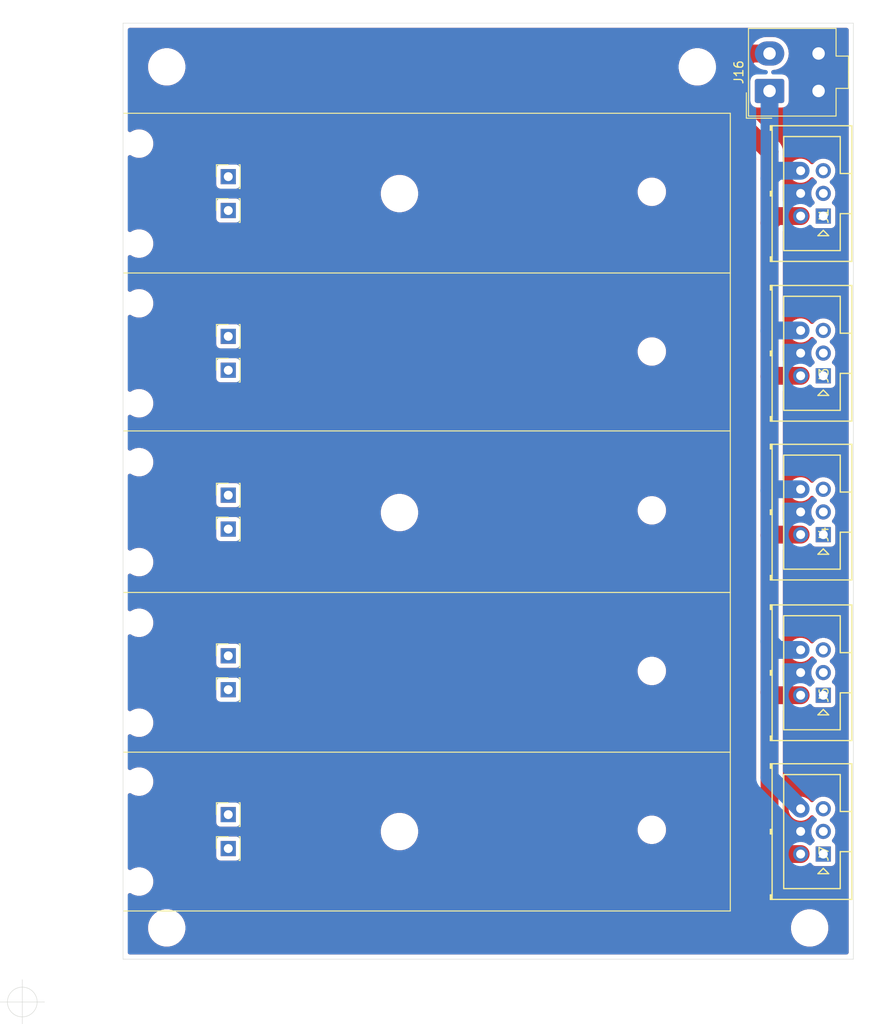
<source format=kicad_pcb>
(kicad_pcb (version 20171130) (host pcbnew "(5.1.8)-1")
  (layers (0 F.Cu signal) (1 In1.Cu signal) (2 In2.Cu signal) (31 B.Cu signal) (34 B.Paste user hide) (35 F.Paste user hide) (36 B.SilkS user) (37 F.SilkS user) (38 B.Mask user) (39 F.Mask user) (44 Edge.Cuts user))
  (net 0 "")
  (net 1 GND)
  (net 2 +18V)
  (net 3 -18V)
  (module Connector_PinSocket_2.54mm:PinSocket_1x01_P2.54mm_Vertical (layer F.Cu) (at 124 129.7 90)
    (fp_text reference J15 hide)
    (fp_text value Conn_01x01_Female)
    (fp_line (start -1.33 1.33) (end 1.33 1.33) (layer F.SilkS) (width 0.12))
    (fp_line (start -1.33 1.21) (end -1.33 1.33) (layer F.SilkS) (width 0.12))
    (fp_line (start 1.33 1.21) (end 1.33 1.33) (layer F.SilkS) (width 0.12))
    (fp_line (start 1.33 -1.33) (end 1.33 0) (layer F.SilkS) (width 0.12))
    (fp_line (start 0 -1.33) (end 1.33 -1.33) (layer F.SilkS) (width 0.12))
    (pad 1 thru_hole rect (at 0 0 90) (size 1.7 1.7) (drill 1) (layers *.Cu *.Mask))
  )
  (module Connector_PinSocket_2.54mm:PinSocket_1x01_P2.54mm_Vertical (layer F.Cu) (at 124 111.9 90)
    (fp_text reference J14 hide)
    (fp_text value Conn_01x01_Female)
    (fp_line (start -1.33 1.33) (end 1.33 1.33) (layer F.SilkS) (width 0.12))
    (fp_line (start -1.33 1.21) (end -1.33 1.33) (layer F.SilkS) (width 0.12))
    (fp_line (start 1.33 1.21) (end 1.33 1.33) (layer F.SilkS) (width 0.12))
    (fp_line (start 1.33 -1.33) (end 1.33 0) (layer F.SilkS) (width 0.12))
    (fp_line (start 0 -1.33) (end 1.33 -1.33) (layer F.SilkS) (width 0.12))
    (pad 1 thru_hole rect (at 0 0 90) (size 1.7 1.7) (drill 1) (layers *.Cu *.Mask))
  )
  (module Connector_PinSocket_2.54mm:PinSocket_1x01_P2.54mm_Vertical (layer F.Cu) (at 124 93.9 90)
    (fp_text reference J13 hide)
    (fp_text value Conn_01x01_Female)
    (fp_line (start -1.33 1.33) (end 1.33 1.33) (layer F.SilkS) (width 0.12))
    (fp_line (start -1.33 1.21) (end -1.33 1.33) (layer F.SilkS) (width 0.12))
    (fp_line (start 1.33 1.21) (end 1.33 1.33) (layer F.SilkS) (width 0.12))
    (fp_line (start 1.33 -1.33) (end 1.33 0) (layer F.SilkS) (width 0.12))
    (fp_line (start 0 -1.33) (end 1.33 -1.33) (layer F.SilkS) (width 0.12))
    (pad 1 thru_hole rect (at 0 0 90) (size 1.7 1.7) (drill 1) (layers *.Cu *.Mask))
  )
  (module Connector_PinSocket_2.54mm:PinSocket_1x01_P2.54mm_Vertical (layer F.Cu) (at 124 76.1 90)
    (fp_text reference J12 hide)
    (fp_text value Conn_01x01_Female)
    (fp_line (start -1.33 1.33) (end 1.33 1.33) (layer F.SilkS) (width 0.12))
    (fp_line (start -1.33 1.21) (end -1.33 1.33) (layer F.SilkS) (width 0.12))
    (fp_line (start 1.33 1.21) (end 1.33 1.33) (layer F.SilkS) (width 0.12))
    (fp_line (start 1.33 -1.33) (end 1.33 0) (layer F.SilkS) (width 0.12))
    (fp_line (start 0 -1.33) (end 1.33 -1.33) (layer F.SilkS) (width 0.12))
    (pad 1 thru_hole rect (at 0 0 90) (size 1.7 1.7) (drill 1) (layers *.Cu *.Mask))
  )
  (module Connector_PinSocket_2.54mm:PinSocket_1x01_P2.54mm_Vertical (layer F.Cu) (at 124 125.9 90)
    (fp_text reference J11 hide)
    (fp_text value Conn_01x01_Female)
    (fp_line (start -1.33 1.33) (end 1.33 1.33) (layer F.SilkS) (width 0.12))
    (fp_line (start -1.33 1.21) (end -1.33 1.33) (layer F.SilkS) (width 0.12))
    (fp_line (start 1.33 1.21) (end 1.33 1.33) (layer F.SilkS) (width 0.12))
    (fp_line (start 1.33 -1.33) (end 1.33 0) (layer F.SilkS) (width 0.12))
    (fp_line (start 0 -1.33) (end 1.33 -1.33) (layer F.SilkS) (width 0.12))
    (pad 1 thru_hole rect (at 0 0 90) (size 1.7 1.7) (drill 1) (layers *.Cu *.Mask))
  )
  (module Connector_PinSocket_2.54mm:PinSocket_1x01_P2.54mm_Vertical (layer F.Cu) (at 124 108.1 90)
    (fp_text reference J10 hide)
    (fp_text value Conn_01x01_Female)
    (fp_line (start -1.33 1.33) (end 1.33 1.33) (layer F.SilkS) (width 0.12))
    (fp_line (start -1.33 1.21) (end -1.33 1.33) (layer F.SilkS) (width 0.12))
    (fp_line (start 1.33 1.21) (end 1.33 1.33) (layer F.SilkS) (width 0.12))
    (fp_line (start 1.33 -1.33) (end 1.33 0) (layer F.SilkS) (width 0.12))
    (fp_line (start 0 -1.33) (end 1.33 -1.33) (layer F.SilkS) (width 0.12))
    (pad 1 thru_hole rect (at 0 0 90) (size 1.7 1.7) (drill 1) (layers *.Cu *.Mask))
  )
  (module Connector_PinSocket_2.54mm:PinSocket_1x01_P2.54mm_Vertical (layer F.Cu) (at 124 90.1 90)
    (fp_text reference J9 hide)
    (fp_text value Conn_01x01_Female)
    (fp_line (start -1.33 1.33) (end 1.33 1.33) (layer F.SilkS) (width 0.12))
    (fp_line (start -1.33 1.21) (end -1.33 1.33) (layer F.SilkS) (width 0.12))
    (fp_line (start 1.33 1.21) (end 1.33 1.33) (layer F.SilkS) (width 0.12))
    (fp_line (start 1.33 -1.33) (end 1.33 0) (layer F.SilkS) (width 0.12))
    (fp_line (start 0 -1.33) (end 1.33 -1.33) (layer F.SilkS) (width 0.12))
    (pad 1 thru_hole rect (at 0 0 90) (size 1.7 1.7) (drill 1) (layers *.Cu *.Mask))
  )
  (module Connector_PinSocket_2.54mm:PinSocket_1x01_P2.54mm_Vertical (layer F.Cu) (at 124 72.3 90)
    (fp_text reference J8 hide)
    (fp_text value Conn_01x01_Female)
    (fp_line (start -1.33 1.33) (end 1.33 1.33) (layer F.SilkS) (width 0.12))
    (fp_line (start -1.33 1.21) (end -1.33 1.33) (layer F.SilkS) (width 0.12))
    (fp_line (start 1.33 1.21) (end 1.33 1.33) (layer F.SilkS) (width 0.12))
    (fp_line (start 1.33 -1.33) (end 1.33 0) (layer F.SilkS) (width 0.12))
    (fp_line (start 0 -1.33) (end 1.33 -1.33) (layer F.SilkS) (width 0.12))
    (pad 1 thru_hole rect (at 0 0 90) (size 1.7 1.7) (drill 1) (layers *.Cu *.Mask))
  )
  (module Connector_PinSocket_2.54mm:PinSocket_1x01_P2.54mm_Vertical (layer F.Cu) (at 124 58.2 90)
    (fp_text reference J5 hide)
    (fp_text value Conn_01x01_Female)
    (fp_line (start -1.33 1.33) (end 1.33 1.33) (layer F.SilkS) (width 0.12))
    (fp_line (start -1.33 1.21) (end -1.33 1.33) (layer F.SilkS) (width 0.12))
    (fp_line (start 1.33 1.21) (end 1.33 1.33) (layer F.SilkS) (width 0.12))
    (fp_line (start 1.33 -1.33) (end 1.33 0) (layer F.SilkS) (width 0.12))
    (fp_line (start 0 -1.33) (end 1.33 -1.33) (layer F.SilkS) (width 0.12))
    (pad 1 thru_hole rect (at 0 0 90) (size 1.7 1.7) (drill 1) (layers *.Cu *.Mask))
  )
  (module Connector_PinSocket_2.54mm:PinSocket_1x01_P2.54mm_Vertical (layer F.Cu) (at 124 54.4 90)
    (fp_text reference J2 hide)
    (fp_text value Conn_01x01_Female)
    (fp_line (start -1.33 1.33) (end 1.33 1.33) (layer F.SilkS) (width 0.12))
    (fp_line (start -1.33 1.21) (end -1.33 1.33) (layer F.SilkS) (width 0.12))
    (fp_line (start 1.33 1.21) (end 1.33 1.33) (layer F.SilkS) (width 0.12))
    (fp_line (start 1.33 -1.33) (end 1.33 0) (layer F.SilkS) (width 0.12))
    (fp_line (start 0 -1.33) (end 1.33 -1.33) (layer F.SilkS) (width 0.12))
    (pad 1 thru_hole rect (at 0 0 90) (size 1.7 1.7) (drill 1) (layers *.Cu *.Mask))
  )
  (module MountingHole:MountingHole_2.2mm_M2 (layer F.Cu) (at 114 50.7)
    (fp_text reference H1 hide)
    (fp_text value MountingHole)
    (pad 1 np_thru_hole circle (at 0 0) (size 2.2 2.2) (drill 2.2) (layers *.Cu *.Mask))
  )
  (module MountingHole:MountingHole_2.2mm_M2 (layer F.Cu) (at 114 61.9)
    (fp_text reference H2 hide)
    (fp_text value MountingHole)
    (pad 1 np_thru_hole circle (at 0 0) (size 2.2 2.2) (drill 2.2) (layers *.Cu *.Mask))
  )
  (module MountingHole:MountingHole_2.2mm_M2 (layer F.Cu) (at 171.5 56.3)
    (fp_text reference H3 hide)
    (fp_text value MountingHole)
    (pad 1 np_thru_hole circle (at 0 -0.2) (size 2.2 2.2) (drill 2.2) (layers *.Cu *.Mask))
  )
  (module MountingHole:MountingHole_2.2mm_M2 (layer F.Cu) (at 114 68.6)
    (fp_text reference H4 hide)
    (fp_text value MountingHole)
    (pad 1 np_thru_hole circle (at 0 0) (size 2.2 2.2) (drill 2.2) (layers *.Cu *.Mask))
  )
  (module MountingHole:MountingHole_2.2mm_M2 (layer F.Cu) (at 114 79.8)
    (fp_text reference H5 hide)
    (fp_text value MountingHole)
    (pad 1 np_thru_hole circle (at 0 0) (size 2.2 2.2) (drill 2.2) (layers *.Cu *.Mask))
  )
  (module MountingHole:MountingHole_2.2mm_M2 (layer F.Cu) (at 171.5 74.2)
    (fp_text reference H6 hide)
    (fp_text value MountingHole)
    (pad 1 np_thru_hole circle (at 0 -0.2) (size 2.2 2.2) (drill 2.2) (layers *.Cu *.Mask))
  )
  (module MountingHole:MountingHole_2.2mm_M2 (layer F.Cu) (at 114 86.4)
    (fp_text reference H7 hide)
    (fp_text value MountingHole)
    (pad 1 np_thru_hole circle (at 0 0) (size 2.2 2.2) (drill 2.2) (layers *.Cu *.Mask))
  )
  (module MountingHole:MountingHole_2.2mm_M2 (layer F.Cu) (at 114 97.6)
    (fp_text reference H8 hide)
    (fp_text value MountingHole)
    (pad 1 np_thru_hole circle (at 0 0) (size 2.2 2.2) (drill 2.2) (layers *.Cu *.Mask))
  )
  (module MountingHole:MountingHole_2.2mm_M2 (layer F.Cu) (at 171.5 92)
    (fp_text reference H9 hide)
    (fp_text value MountingHole)
    (pad 1 np_thru_hole circle (at 0 -0.2) (size 2.2 2.2) (drill 2.2) (layers *.Cu *.Mask))
  )
  (module MountingHole:MountingHole_2.2mm_M2 (layer F.Cu) (at 114 122.2)
    (fp_text reference H10 hide)
    (fp_text value MountingHole)
    (pad 1 np_thru_hole circle (at 0 0) (size 2.2 2.2) (drill 2.2) (layers *.Cu *.Mask))
  )
  (module MountingHole:MountingHole_2.2mm_M2 (layer F.Cu) (at 114 133.4)
    (fp_text reference H11 hide)
    (fp_text value MountingHole)
    (pad 1 np_thru_hole circle (at 0 0) (size 2.2 2.2) (drill 2.2) (layers *.Cu *.Mask))
  )
  (module MountingHole:MountingHole_2.2mm_M2 (layer F.Cu) (at 171.5 110)
    (fp_text reference H12 hide)
    (fp_text value MountingHole)
    (pad 1 np_thru_hole circle (at 0 -0.2) (size 2.2 2.2) (drill 2.2) (layers *.Cu *.Mask))
  )
  (module MountingHole:MountingHole_2.2mm_M2 (layer F.Cu) (at 114 104.4)
    (fp_text reference H13 hide)
    (fp_text value MountingHole)
    (pad 1 np_thru_hole circle (at 0 0) (size 2.2 2.2) (drill 2.2) (layers *.Cu *.Mask))
  )
  (module MountingHole:MountingHole_2.2mm_M2 (layer F.Cu) (at 114 115.6)
    (fp_text reference H14 hide)
    (fp_text value MountingHole)
    (pad 1 np_thru_hole circle (at 0 0) (size 2.2 2.2) (drill 2.2) (layers *.Cu *.Mask))
  )
  (module MountingHole:MountingHole_2.2mm_M2 (layer F.Cu) (at 171.5 127.8)
    (fp_text reference H15 hide)
    (fp_text value MountingHole)
    (pad 1 np_thru_hole circle (at 0 -0.2) (size 2.2 2.2) (drill 2.2) (layers *.Cu *.Mask))
  )
  (module Connector_Molex:Molex_Mini-Fit_Jr_5566-04A_2x02_P4.20mm_Vertical (layer F.Cu) (at 184.7 44.8 90)
    (fp_text reference J16 (at 2.1 -3.45 90) (layer F.SilkS))
    (fp_text value Conn_01x04_Female)
    (fp_line (start -3.05 -2.6) (end -3.05 0.25) (layer F.SilkS) (width 0.12))
    (fp_line (start -0.2 -2.6) (end -3.05 -2.6) (layer F.SilkS) (width 0.12))
    (fp_line (start 3.91 8.86) (end 2.1 8.86) (layer F.SilkS) (width 0.12))
    (fp_line (start 3.91 7.46) (end 3.91 8.86) (layer F.SilkS) (width 0.12))
    (fp_line (start 7.01 7.46) (end 3.91 7.46) (layer F.SilkS) (width 0.12))
    (fp_line (start 7.01 -2.36) (end 7.01 7.46) (layer F.SilkS) (width 0.12))
    (fp_line (start 2.1 -2.36) (end 7.01 -2.36) (layer F.SilkS) (width 0.12))
    (fp_line (start 0.29 8.86) (end 2.1 8.86) (layer F.SilkS) (width 0.12))
    (fp_line (start 0.29 7.46) (end 0.29 8.86) (layer F.SilkS) (width 0.12))
    (fp_line (start -2.81 7.46) (end 0.29 7.46) (layer F.SilkS) (width 0.12))
    (fp_line (start -2.81 -2.36) (end -2.81 7.46) (layer F.SilkS) (width 0.12))
    (fp_line (start 2.1 -2.36) (end -2.81 -2.36) (layer F.SilkS) (width 0.12))
    (pad 4 thru_hole oval (at 4.2 5.5 90) (size 2.7 3.3) (drill 1.4) (layers *.Cu *.Mask) (net 1 GND))
    (pad 3 thru_hole oval (at 0 5.5 90) (size 2.7 3.3) (drill 1.4) (layers *.Cu *.Mask) (net 1 GND))
    (pad 2 thru_hole oval (at 4.2 0 90) (size 2.7 3.3) (drill 1.4) (layers *.Cu *.Mask) (net 3 -18V))
    (pad 1 thru_hole roundrect (at 0 0 90) (size 2.7 3.3) (drill 1.4) (layers *.Cu *.Mask) (roundrect_rratio 0.09259299999999999) (net 2 +18V))
  )
  (module MountingHole:MountingHole_3.2mm_M3 (layer F.Cu) (at 117.1 138.6)
    (fp_text reference H23 hide)
    (fp_text value MountingHole)
    (pad 1 np_thru_hole circle (at 0 0) (size 3.2 3.2) (drill 3.2) (layers *.Cu *.Mask))
  )
  (module MountingHole:MountingHole_3.2mm_M3 (layer F.Cu) (at 189.2 138.6)
    (fp_text reference H22 hide)
    (fp_text value MountingHole)
    (pad 1 np_thru_hole circle (at 0 0) (size 3.2 3.2) (drill 3.2) (layers *.Cu *.Mask))
  )
  (module MountingHole:MountingHole_3.2mm_M3 (layer F.Cu) (at 143.2 127.8 90)
    (fp_text reference H20 hide)
    (fp_text value MountingHole)
    (pad 1 np_thru_hole circle (at 0 0 90) (size 3.2 3.2) (drill 3.2) (layers *.Cu *.Mask))
  )
  (module MountingHole:MountingHole_3.2mm_M3 (layer F.Cu) (at 143.2 56.3 90)
    (fp_text reference H19 hide)
    (fp_text value MountingHole)
    (pad 1 np_thru_hole circle (at 0 0 90) (size 3.2 3.2) (drill 3.2) (layers *.Cu *.Mask))
  )
  (module MountingHole:MountingHole_3.2mm_M3 (layer F.Cu) (at 143.2 92.05 90)
    (fp_text reference H18 hide)
    (fp_text value MountingHole)
    (pad 1 np_thru_hole circle (at 0 0 90) (size 3.2 3.2) (drill 3.2) (layers *.Cu *.Mask))
  )
  (module MountingHole:MountingHole_3.2mm_M3 (layer F.Cu) (at 176.6 42.1 90)
    (fp_text reference H17 hide)
    (fp_text value MountingHole)
    (pad 1 np_thru_hole circle (at 0 0 90) (size 3.2 3.2) (drill 3.2) (layers *.Cu *.Mask))
  )
  (module MountingHole:MountingHole_3.2mm_M3 (layer F.Cu) (at 117.1 42.1 90)
    (fp_text reference H16 hide)
    (fp_text value MountingHole)
    (pad 1 np_thru_hole circle (at 0 0 90) (size 3.2 3.2) (drill 3.2) (layers *.Cu *.Mask))
  )
  (module Connector_Multicomp:Multicomp_MC9A12-1034_2x03_P2.54mm_Vertical (layer F.Cu) (at 189.4 56.3 90)
    (fp_text reference J1 (at -2.5 1.4 270) (layer F.SilkS))
    (fp_text value Conn_01x04)
    (fp_line (start 0.24 -4.61) (end 0.24 -4.41) (layer F.SilkS) (width 0.15))
    (fp_line (start -7.6 4.53) (end -7.6 -4.41) (layer F.SilkS) (width 0.15))
    (fp_line (start -7.6 -4.51) (end -7.1 -4.51) (layer F.SilkS) (width 0.15))
    (fp_line (start -4.72 1.93) (end -4.72 0.73) (layer F.SilkS) (width 0.15))
    (fp_line (start 7.6 -4.41) (end 7.6 4.53) (layer F.SilkS) (width 0.15))
    (fp_line (start -2.25 3.23) (end -6.39 3.23) (layer F.SilkS) (width 0.15))
    (fp_line (start 6.39 -3.11) (end 6.39 3.23) (layer F.SilkS) (width 0.15))
    (fp_line (start -0.26 -4.61) (end 0.24 -4.61) (layer F.SilkS) (width 0.15))
    (fp_line (start 2.25 3.23) (end 2.25 4.53) (layer F.SilkS) (width 0.15))
    (fp_line (start -2.25 4.53) (end -2.25 3.23) (layer F.SilkS) (width 0.15))
    (fp_line (start -6.39 -3.11) (end 6.39 -3.11) (layer F.SilkS) (width 0.15))
    (fp_line (start 7.6 -4.61) (end 7.6 -4.41) (layer F.SilkS) (width 0.15))
    (fp_line (start -0.26 -4.41) (end -0.26 -4.61) (layer F.SilkS) (width 0.15))
    (fp_line (start -7.6 -4.41) (end -7.6 -4.61) (layer F.SilkS) (width 0.15))
    (fp_line (start 7.1 -4.51) (end 7.6 -4.51) (layer F.SilkS) (width 0.15))
    (fp_line (start 7.1 -4.41) (end 7.1 -4.61) (layer F.SilkS) (width 0.15))
    (fp_line (start 6.39 3.23) (end 2.25 3.23) (layer F.SilkS) (width 0.15))
    (fp_line (start 7.1 -4.61) (end 7.6 -4.61) (layer F.SilkS) (width 0.15))
    (fp_line (start 7.6 -4.41) (end -7.6 -4.41) (layer F.SilkS) (width 0.15))
    (fp_line (start -0.26 -4.51) (end 0.24 -4.51) (layer F.SilkS) (width 0.15))
    (fp_line (start -6.39 3.23) (end -6.39 -3.11) (layer F.SilkS) (width 0.15))
    (fp_line (start -7.6 -4.61) (end -7.1 -4.61) (layer F.SilkS) (width 0.15))
    (fp_line (start 7.6 4.53) (end -7.6 4.53) (layer F.SilkS) (width 0.15))
    (fp_line (start -7.1 -4.61) (end -7.1 -4.41) (layer F.SilkS) (width 0.15))
    (fp_line (start -4.72 0.73) (end -4.12 1.33) (layer F.SilkS) (width 0.15))
    (fp_line (start -4.12 1.33) (end -4.72 1.93) (layer F.SilkS) (width 0.15))
    (pad 2 thru_hole circle (at -2.52 -1.21 90) (size 1.7 1.7) (drill 1) (layers *.Cu *.Mask) (net 3 -18V))
    (pad 3 thru_hole circle (at 0.02 1.33 90) (size 1.7 1.7) (drill 1) (layers *.Cu *.Mask))
    (pad 6 thru_hole circle (at 2.56 -1.21 90) (size 1.7 1.7) (drill 1) (layers *.Cu *.Mask) (net 2 +18V))
    (pad 1 thru_hole rect (at -2.52 1.33 90) (size 1.7 1.7) (drill 1) (layers *.Cu *.Mask))
    (pad 5 thru_hole circle (at 2.56 1.33 90) (size 1.7 1.7) (drill 1) (layers *.Cu *.Mask))
    (pad 4 thru_hole circle (at 0.02 -1.21 90) (size 1.7 1.7) (drill 1) (layers *.Cu *.Mask) (net 1 GND))
  )
  (module Connector_Multicomp:Multicomp_MC9A12-1034_2x03_P2.54mm_Vertical (layer F.Cu) (at 189.4 92 90)
    (fp_text reference J4 (at -2.5 1.4 270) (layer F.SilkS))
    (fp_text value Conn_01x04)
    (fp_line (start 0.24 -4.61) (end 0.24 -4.41) (layer F.SilkS) (width 0.15))
    (fp_line (start -7.6 4.53) (end -7.6 -4.41) (layer F.SilkS) (width 0.15))
    (fp_line (start -7.6 -4.51) (end -7.1 -4.51) (layer F.SilkS) (width 0.15))
    (fp_line (start -4.72 1.93) (end -4.72 0.73) (layer F.SilkS) (width 0.15))
    (fp_line (start 7.6 -4.41) (end 7.6 4.53) (layer F.SilkS) (width 0.15))
    (fp_line (start -2.25 3.23) (end -6.39 3.23) (layer F.SilkS) (width 0.15))
    (fp_line (start 6.39 -3.11) (end 6.39 3.23) (layer F.SilkS) (width 0.15))
    (fp_line (start -0.26 -4.61) (end 0.24 -4.61) (layer F.SilkS) (width 0.15))
    (fp_line (start 2.25 3.23) (end 2.25 4.53) (layer F.SilkS) (width 0.15))
    (fp_line (start -2.25 4.53) (end -2.25 3.23) (layer F.SilkS) (width 0.15))
    (fp_line (start -6.39 -3.11) (end 6.39 -3.11) (layer F.SilkS) (width 0.15))
    (fp_line (start 7.6 -4.61) (end 7.6 -4.41) (layer F.SilkS) (width 0.15))
    (fp_line (start -0.26 -4.41) (end -0.26 -4.61) (layer F.SilkS) (width 0.15))
    (fp_line (start -7.6 -4.41) (end -7.6 -4.61) (layer F.SilkS) (width 0.15))
    (fp_line (start 7.1 -4.51) (end 7.6 -4.51) (layer F.SilkS) (width 0.15))
    (fp_line (start 7.1 -4.41) (end 7.1 -4.61) (layer F.SilkS) (width 0.15))
    (fp_line (start 6.39 3.23) (end 2.25 3.23) (layer F.SilkS) (width 0.15))
    (fp_line (start 7.1 -4.61) (end 7.6 -4.61) (layer F.SilkS) (width 0.15))
    (fp_line (start 7.6 -4.41) (end -7.6 -4.41) (layer F.SilkS) (width 0.15))
    (fp_line (start -0.26 -4.51) (end 0.24 -4.51) (layer F.SilkS) (width 0.15))
    (fp_line (start -6.39 3.23) (end -6.39 -3.11) (layer F.SilkS) (width 0.15))
    (fp_line (start -7.6 -4.61) (end -7.1 -4.61) (layer F.SilkS) (width 0.15))
    (fp_line (start 7.6 4.53) (end -7.6 4.53) (layer F.SilkS) (width 0.15))
    (fp_line (start -7.1 -4.61) (end -7.1 -4.41) (layer F.SilkS) (width 0.15))
    (fp_line (start -4.72 0.73) (end -4.12 1.33) (layer F.SilkS) (width 0.15))
    (fp_line (start -4.12 1.33) (end -4.72 1.93) (layer F.SilkS) (width 0.15))
    (pad 2 thru_hole circle (at -2.52 -1.21 90) (size 1.7 1.7) (drill 1) (layers *.Cu *.Mask) (net 3 -18V))
    (pad 3 thru_hole circle (at 0.02 1.33 90) (size 1.7 1.7) (drill 1) (layers *.Cu *.Mask))
    (pad 6 thru_hole circle (at 2.56 -1.21 90) (size 1.7 1.7) (drill 1) (layers *.Cu *.Mask) (net 2 +18V))
    (pad 1 thru_hole rect (at -2.52 1.33 90) (size 1.7 1.7) (drill 1) (layers *.Cu *.Mask))
    (pad 5 thru_hole circle (at 2.56 1.33 90) (size 1.7 1.7) (drill 1) (layers *.Cu *.Mask))
    (pad 4 thru_hole circle (at 0.02 -1.21 90) (size 1.7 1.7) (drill 1) (layers *.Cu *.Mask) (net 1 GND))
  )
  (module Connector_Multicomp:Multicomp_MC9A12-1034_2x03_P2.54mm_Vertical (layer F.Cu) (at 189.4 74.2 90)
    (fp_text reference J3 (at -2.5 1.4 270) (layer F.SilkS))
    (fp_text value Conn_01x04)
    (fp_line (start -4.12 1.33) (end -4.72 1.93) (layer F.SilkS) (width 0.15))
    (fp_line (start -4.72 0.73) (end -4.12 1.33) (layer F.SilkS) (width 0.15))
    (fp_line (start -7.1 -4.61) (end -7.1 -4.41) (layer F.SilkS) (width 0.15))
    (fp_line (start 7.6 4.53) (end -7.6 4.53) (layer F.SilkS) (width 0.15))
    (fp_line (start -7.6 -4.61) (end -7.1 -4.61) (layer F.SilkS) (width 0.15))
    (fp_line (start -6.39 3.23) (end -6.39 -3.11) (layer F.SilkS) (width 0.15))
    (fp_line (start -0.26 -4.51) (end 0.24 -4.51) (layer F.SilkS) (width 0.15))
    (fp_line (start 7.6 -4.41) (end -7.6 -4.41) (layer F.SilkS) (width 0.15))
    (fp_line (start 7.1 -4.61) (end 7.6 -4.61) (layer F.SilkS) (width 0.15))
    (fp_line (start 6.39 3.23) (end 2.25 3.23) (layer F.SilkS) (width 0.15))
    (fp_line (start 7.1 -4.41) (end 7.1 -4.61) (layer F.SilkS) (width 0.15))
    (fp_line (start 7.1 -4.51) (end 7.6 -4.51) (layer F.SilkS) (width 0.15))
    (fp_line (start -7.6 -4.41) (end -7.6 -4.61) (layer F.SilkS) (width 0.15))
    (fp_line (start -0.26 -4.41) (end -0.26 -4.61) (layer F.SilkS) (width 0.15))
    (fp_line (start 7.6 -4.61) (end 7.6 -4.41) (layer F.SilkS) (width 0.15))
    (fp_line (start -6.39 -3.11) (end 6.39 -3.11) (layer F.SilkS) (width 0.15))
    (fp_line (start -2.25 4.53) (end -2.25 3.23) (layer F.SilkS) (width 0.15))
    (fp_line (start 2.25 3.23) (end 2.25 4.53) (layer F.SilkS) (width 0.15))
    (fp_line (start -0.26 -4.61) (end 0.24 -4.61) (layer F.SilkS) (width 0.15))
    (fp_line (start 6.39 -3.11) (end 6.39 3.23) (layer F.SilkS) (width 0.15))
    (fp_line (start -2.25 3.23) (end -6.39 3.23) (layer F.SilkS) (width 0.15))
    (fp_line (start 7.6 -4.41) (end 7.6 4.53) (layer F.SilkS) (width 0.15))
    (fp_line (start -4.72 1.93) (end -4.72 0.73) (layer F.SilkS) (width 0.15))
    (fp_line (start -7.6 -4.51) (end -7.1 -4.51) (layer F.SilkS) (width 0.15))
    (fp_line (start -7.6 4.53) (end -7.6 -4.41) (layer F.SilkS) (width 0.15))
    (fp_line (start 0.24 -4.61) (end 0.24 -4.41) (layer F.SilkS) (width 0.15))
    (pad 4 thru_hole circle (at 0.02 -1.21 90) (size 1.7 1.7) (drill 1) (layers *.Cu *.Mask) (net 1 GND))
    (pad 5 thru_hole circle (at 2.56 1.33 90) (size 1.7 1.7) (drill 1) (layers *.Cu *.Mask))
    (pad 1 thru_hole rect (at -2.52 1.33 90) (size 1.7 1.7) (drill 1) (layers *.Cu *.Mask))
    (pad 6 thru_hole circle (at 2.56 -1.21 90) (size 1.7 1.7) (drill 1) (layers *.Cu *.Mask) (net 2 +18V))
    (pad 3 thru_hole circle (at 0.02 1.33 90) (size 1.7 1.7) (drill 1) (layers *.Cu *.Mask))
    (pad 2 thru_hole circle (at -2.52 -1.21 90) (size 1.7 1.7) (drill 1) (layers *.Cu *.Mask) (net 3 -18V))
  )
  (module Connector_Multicomp:Multicomp_MC9A12-1034_2x03_P2.54mm_Vertical (layer F.Cu) (at 189.4 110 90)
    (fp_text reference J6 (at -2.5 1.4 270) (layer F.SilkS))
    (fp_text value Conn_01x04)
    (fp_line (start 0.24 -4.61) (end 0.24 -4.41) (layer F.SilkS) (width 0.15))
    (fp_line (start -7.6 4.53) (end -7.6 -4.41) (layer F.SilkS) (width 0.15))
    (fp_line (start -7.6 -4.51) (end -7.1 -4.51) (layer F.SilkS) (width 0.15))
    (fp_line (start -4.72 1.93) (end -4.72 0.73) (layer F.SilkS) (width 0.15))
    (fp_line (start 7.6 -4.41) (end 7.6 4.53) (layer F.SilkS) (width 0.15))
    (fp_line (start -2.25 3.23) (end -6.39 3.23) (layer F.SilkS) (width 0.15))
    (fp_line (start 6.39 -3.11) (end 6.39 3.23) (layer F.SilkS) (width 0.15))
    (fp_line (start -0.26 -4.61) (end 0.24 -4.61) (layer F.SilkS) (width 0.15))
    (fp_line (start 2.25 3.23) (end 2.25 4.53) (layer F.SilkS) (width 0.15))
    (fp_line (start -2.25 4.53) (end -2.25 3.23) (layer F.SilkS) (width 0.15))
    (fp_line (start -6.39 -3.11) (end 6.39 -3.11) (layer F.SilkS) (width 0.15))
    (fp_line (start 7.6 -4.61) (end 7.6 -4.41) (layer F.SilkS) (width 0.15))
    (fp_line (start -0.26 -4.41) (end -0.26 -4.61) (layer F.SilkS) (width 0.15))
    (fp_line (start -7.6 -4.41) (end -7.6 -4.61) (layer F.SilkS) (width 0.15))
    (fp_line (start 7.1 -4.51) (end 7.6 -4.51) (layer F.SilkS) (width 0.15))
    (fp_line (start 7.1 -4.41) (end 7.1 -4.61) (layer F.SilkS) (width 0.15))
    (fp_line (start 6.39 3.23) (end 2.25 3.23) (layer F.SilkS) (width 0.15))
    (fp_line (start 7.1 -4.61) (end 7.6 -4.61) (layer F.SilkS) (width 0.15))
    (fp_line (start 7.6 -4.41) (end -7.6 -4.41) (layer F.SilkS) (width 0.15))
    (fp_line (start -0.26 -4.51) (end 0.24 -4.51) (layer F.SilkS) (width 0.15))
    (fp_line (start -6.39 3.23) (end -6.39 -3.11) (layer F.SilkS) (width 0.15))
    (fp_line (start -7.6 -4.61) (end -7.1 -4.61) (layer F.SilkS) (width 0.15))
    (fp_line (start 7.6 4.53) (end -7.6 4.53) (layer F.SilkS) (width 0.15))
    (fp_line (start -7.1 -4.61) (end -7.1 -4.41) (layer F.SilkS) (width 0.15))
    (fp_line (start -4.72 0.73) (end -4.12 1.33) (layer F.SilkS) (width 0.15))
    (fp_line (start -4.12 1.33) (end -4.72 1.93) (layer F.SilkS) (width 0.15))
    (pad 2 thru_hole circle (at -2.52 -1.21 90) (size 1.7 1.7) (drill 1) (layers *.Cu *.Mask) (net 3 -18V))
    (pad 3 thru_hole circle (at 0.02 1.33 90) (size 1.7 1.7) (drill 1) (layers *.Cu *.Mask))
    (pad 6 thru_hole circle (at 2.56 -1.21 90) (size 1.7 1.7) (drill 1) (layers *.Cu *.Mask) (net 2 +18V))
    (pad 1 thru_hole rect (at -2.52 1.33 90) (size 1.7 1.7) (drill 1) (layers *.Cu *.Mask))
    (pad 5 thru_hole circle (at 2.56 1.33 90) (size 1.7 1.7) (drill 1) (layers *.Cu *.Mask))
    (pad 4 thru_hole circle (at 0.02 -1.21 90) (size 1.7 1.7) (drill 1) (layers *.Cu *.Mask) (net 1 GND))
  )
  (module Connector_Multicomp:Multicomp_MC9A12-1034_2x03_P2.54mm_Vertical (layer F.Cu) (at 189.4 127.8 90)
    (fp_text reference J7 (at -2.5 1.4 270) (layer F.SilkS))
    (fp_text value Conn_01x04)
    (fp_line (start -4.12 1.33) (end -4.72 1.93) (layer F.SilkS) (width 0.15))
    (fp_line (start -4.72 0.73) (end -4.12 1.33) (layer F.SilkS) (width 0.15))
    (fp_line (start -7.1 -4.61) (end -7.1 -4.41) (layer F.SilkS) (width 0.15))
    (fp_line (start 7.6 4.53) (end -7.6 4.53) (layer F.SilkS) (width 0.15))
    (fp_line (start -7.6 -4.61) (end -7.1 -4.61) (layer F.SilkS) (width 0.15))
    (fp_line (start -6.39 3.23) (end -6.39 -3.11) (layer F.SilkS) (width 0.15))
    (fp_line (start -0.26 -4.51) (end 0.24 -4.51) (layer F.SilkS) (width 0.15))
    (fp_line (start 7.6 -4.41) (end -7.6 -4.41) (layer F.SilkS) (width 0.15))
    (fp_line (start 7.1 -4.61) (end 7.6 -4.61) (layer F.SilkS) (width 0.15))
    (fp_line (start 6.39 3.23) (end 2.25 3.23) (layer F.SilkS) (width 0.15))
    (fp_line (start 7.1 -4.41) (end 7.1 -4.61) (layer F.SilkS) (width 0.15))
    (fp_line (start 7.1 -4.51) (end 7.6 -4.51) (layer F.SilkS) (width 0.15))
    (fp_line (start -7.6 -4.41) (end -7.6 -4.61) (layer F.SilkS) (width 0.15))
    (fp_line (start -0.26 -4.41) (end -0.26 -4.61) (layer F.SilkS) (width 0.15))
    (fp_line (start 7.6 -4.61) (end 7.6 -4.41) (layer F.SilkS) (width 0.15))
    (fp_line (start -6.39 -3.11) (end 6.39 -3.11) (layer F.SilkS) (width 0.15))
    (fp_line (start -2.25 4.53) (end -2.25 3.23) (layer F.SilkS) (width 0.15))
    (fp_line (start 2.25 3.23) (end 2.25 4.53) (layer F.SilkS) (width 0.15))
    (fp_line (start -0.26 -4.61) (end 0.24 -4.61) (layer F.SilkS) (width 0.15))
    (fp_line (start 6.39 -3.11) (end 6.39 3.23) (layer F.SilkS) (width 0.15))
    (fp_line (start -2.25 3.23) (end -6.39 3.23) (layer F.SilkS) (width 0.15))
    (fp_line (start 7.6 -4.41) (end 7.6 4.53) (layer F.SilkS) (width 0.15))
    (fp_line (start -4.72 1.93) (end -4.72 0.73) (layer F.SilkS) (width 0.15))
    (fp_line (start -7.6 -4.51) (end -7.1 -4.51) (layer F.SilkS) (width 0.15))
    (fp_line (start -7.6 4.53) (end -7.6 -4.41) (layer F.SilkS) (width 0.15))
    (fp_line (start 0.24 -4.61) (end 0.24 -4.41) (layer F.SilkS) (width 0.15))
    (pad 4 thru_hole circle (at 0.02 -1.21 90) (size 1.7 1.7) (drill 1) (layers *.Cu *.Mask) (net 1 GND))
    (pad 5 thru_hole circle (at 2.56 1.33 90) (size 1.7 1.7) (drill 1) (layers *.Cu *.Mask))
    (pad 1 thru_hole rect (at -2.52 1.33 90) (size 1.7 1.7) (drill 1) (layers *.Cu *.Mask))
    (pad 6 thru_hole circle (at 2.56 -1.21 90) (size 1.7 1.7) (drill 1) (layers *.Cu *.Mask) (net 2 +18V))
    (pad 3 thru_hole circle (at 0.02 1.33 90) (size 1.7 1.7) (drill 1) (layers *.Cu *.Mask))
    (pad 2 thru_hole circle (at -2.52 -1.21 90) (size 1.7 1.7) (drill 1) (layers *.Cu *.Mask) (net 3 -18V))
  )
  (gr_line (start 180.3 136.7) (end 180.3 47.3) (layer F.SilkS) (width 0.12))
  (gr_line (start 180.3 136.7) (end 112.3 136.7) (layer F.SilkS) (width 0.12))
  (gr_line (start 180.3 47.3) (end 112.3 47.3) (layer F.SilkS) (width 0.12))
  (gr_line (start 180.3 65.2) (end 112.3 65.2) (layer F.SilkS) (width 0.12))
  (gr_line (start 180.3 82.9) (end 112.3 82.9) (layer F.SilkS) (width 0.12))
  (gr_line (start 180.3 101) (end 112.3 101) (layer F.SilkS) (width 0.12))
  (gr_line (start 180.3 118.9) (end 112.3 118.9) (layer F.SilkS) (width 0.12))
  (target plus (at 100.9 146.9) (size 5) (width 0.05) (layer Edge.Cuts))
  (gr_line (start 194.1 37.2) (end 112.2 37.2) (layer Edge.Cuts) (width 0.05))
  (gr_line (start 112.2 142.1) (end 112.2 37.2) (layer Edge.Cuts) (width 0.05))
  (gr_line (start 194.1 142.1) (end 194.1 37.2) (layer Edge.Cuts) (width 0.05))
  (gr_line (start 194.1 142.1) (end 112.2 142.1) (layer Edge.Cuts) (width 0.05))
  (segment (start 184.7 121.75) (end 188.19 125.24) (width 2) (layer B.Cu) (net 2))
  (segment (start 185.56 53.74) (end 184.7 54.6) (width 2) (layer B.Cu) (net 2))
  (segment (start 188.19 53.74) (end 185.56 53.74) (width 2) (layer B.Cu) (net 2))
  (segment (start 184.7 44.8) (end 184.7 54.6) (width 2) (layer B.Cu) (net 2))
  (segment (start 184.76 71.64) (end 184.7 71.7) (width 2) (layer B.Cu) (net 2))
  (segment (start 188.19 71.64) (end 184.76 71.64) (width 2) (layer B.Cu) (net 2))
  (segment (start 184.7 54.6) (end 184.7 71.7) (width 2) (layer B.Cu) (net 2))
  (segment (start 184.86 89.44) (end 184.7 89.6) (width 2) (layer B.Cu) (net 2))
  (segment (start 188.19 89.44) (end 184.86 89.44) (width 2) (layer B.Cu) (net 2))
  (segment (start 184.7 71.7) (end 184.7 89.6) (width 2) (layer B.Cu) (net 2))
  (segment (start 185.64 107.44) (end 184.7 106.5) (width 2) (layer B.Cu) (net 2))
  (segment (start 188.19 107.44) (end 185.64 107.44) (width 2) (layer B.Cu) (net 2))
  (segment (start 184.7 106.5) (end 184.7 121.75) (width 2) (layer B.Cu) (net 2))
  (segment (start 184.7 89.6) (end 184.7 106.5) (width 2) (layer B.Cu) (net 2))
  (segment (start 186.12 130.32) (end 188.19 130.32) (width 2) (layer F.Cu) (net 3))
  (segment (start 184.7 128.9) (end 186.12 130.32) (width 2) (layer F.Cu) (net 3))
  (segment (start 185.02 112.52) (end 184.7 112.2) (width 2) (layer F.Cu) (net 3))
  (segment (start 188.19 112.52) (end 185.02 112.52) (width 2) (layer F.Cu) (net 3))
  (segment (start 184.7 112.2) (end 184.7 128.9) (width 2) (layer F.Cu) (net 3))
  (segment (start 184.78 94.52) (end 184.7 94.6) (width 2) (layer F.Cu) (net 3))
  (segment (start 188.19 94.52) (end 184.78 94.52) (width 2) (layer F.Cu) (net 3))
  (segment (start 184.7 94.6) (end 184.7 112.2) (width 2) (layer F.Cu) (net 3))
  (segment (start 184.78 76.72) (end 184.7 76.8) (width 2) (layer F.Cu) (net 3))
  (segment (start 188.19 76.72) (end 184.78 76.72) (width 2) (layer F.Cu) (net 3))
  (segment (start 184.7 76.8) (end 184.7 94.6) (width 2) (layer F.Cu) (net 3))
  (segment (start 185.48 58.82) (end 184.7 59.6) (width 2) (layer F.Cu) (net 3))
  (segment (start 188.19 58.82) (end 185.48 58.82) (width 2) (layer F.Cu) (net 3))
  (segment (start 184.7 59.6) (end 184.7 76.8) (width 2) (layer F.Cu) (net 3))
  (segment (start 184.7 51.6) (end 184.7 59.6) (width 2) (layer F.Cu) (net 3))
  (segment (start 180.5 47.4) (end 184.7 51.6) (width 2) (layer F.Cu) (net 3))
  (segment (start 180.5 42.7) (end 180.5 47.4) (width 2) (layer F.Cu) (net 3))
  (segment (start 182.6 40.6) (end 180.5 42.7) (width 2) (layer F.Cu) (net 3))
  (segment (start 184.7 40.6) (end 182.6 40.6) (width 2) (layer F.Cu) (net 3))
  (zone (net 1) (net_name GND) (layer F.Cu) (connect_pads yes (clearance 0.5)) (min_thickness 0.5) (fill yes (arc_segments 32) (thermal_gap 0.508) (thermal_bridge_width 0.508))
    (polygon (pts (xy 198.5 146.3) (xy 109.7 146.3) (xy 109.7 34.7) (xy 198.5 34.7)))
  )
  (zone (net 1) (net_name GND) (layer B.Cu) (connect_pads yes (clearance 0.5)) (min_thickness 0.5) (fill yes (arc_segments 32) (thermal_gap 0.508) (thermal_bridge_width 0.508))
    (polygon (pts (xy 198.9 146.205145) (xy 110.1 146.205145) (xy 110.1 34.605145) (xy 198.9 34.605145)))
  )
)
</source>
